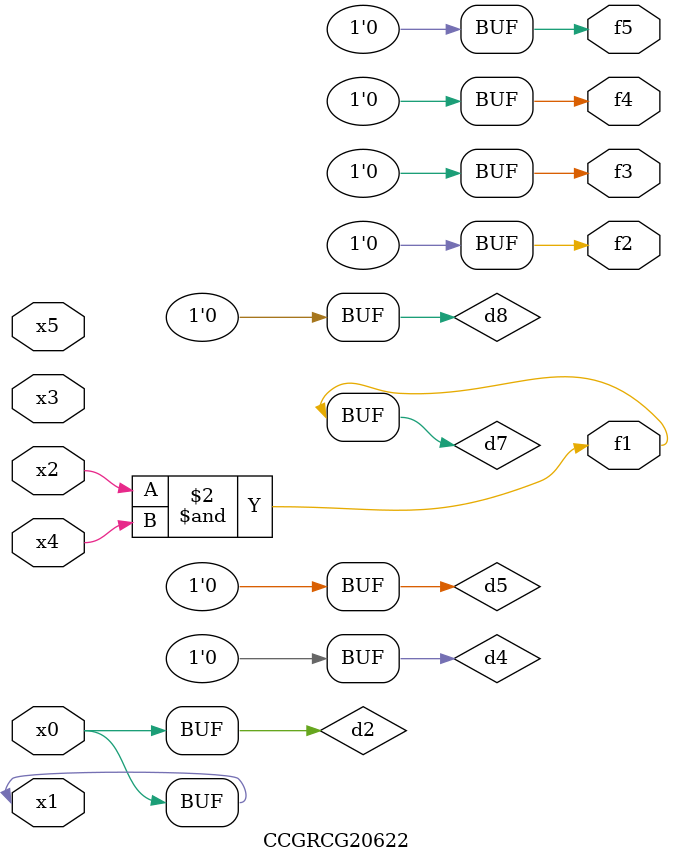
<source format=v>
module CCGRCG20622(
	input x0, x1, x2, x3, x4, x5,
	output f1, f2, f3, f4, f5
);

	wire d1, d2, d3, d4, d5, d6, d7, d8, d9;

	nand (d1, x1);
	buf (d2, x0, x1);
	nand (d3, x2, x4);
	and (d4, d1, d2);
	and (d5, d1, d2);
	nand (d6, d1, d3);
	not (d7, d3);
	xor (d8, d5);
	nor (d9, d5, d6);
	assign f1 = d7;
	assign f2 = d8;
	assign f3 = d8;
	assign f4 = d8;
	assign f5 = d8;
endmodule

</source>
